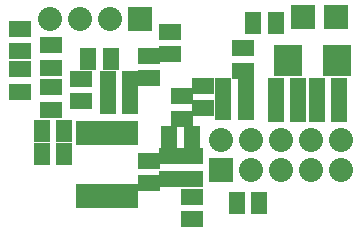
<source format=gts>
G04 (created by PCBNEW (2013-07-07 BZR 4022)-stable) date 03/12/2013 21:27:05*
%MOIN*%
G04 Gerber Fmt 3.4, Leading zero omitted, Abs format*
%FSLAX34Y34*%
G01*
G70*
G90*
G04 APERTURE LIST*
%ADD10C,0.00590551*%
%ADD11R,0.055X0.075*%
%ADD12R,0.075X0.055*%
%ADD13R,0.08X0.08*%
%ADD14C,0.08*%
%ADD15R,0.0377X0.079*%
%ADD16R,0.095X0.0298*%
G04 APERTURE END LIST*
G54D10*
G54D11*
X85225Y-25750D03*
X84475Y-25750D03*
X87425Y-23350D03*
X86675Y-23350D03*
G54D12*
X88050Y-25975D03*
X88050Y-26725D03*
G54D11*
X90525Y-24250D03*
X91275Y-24250D03*
X90525Y-23600D03*
X91275Y-23600D03*
X92275Y-24325D03*
X93025Y-24325D03*
X93650Y-24325D03*
X94400Y-24325D03*
G54D13*
X90450Y-26300D03*
G54D14*
X90450Y-25300D03*
X91450Y-26300D03*
X91450Y-25300D03*
X92450Y-26300D03*
X92450Y-25300D03*
X93450Y-26300D03*
X93450Y-25300D03*
X94450Y-26300D03*
X94450Y-25300D03*
G54D12*
X83750Y-21575D03*
X83750Y-22325D03*
X84800Y-22125D03*
X84800Y-22875D03*
G54D11*
X86775Y-22575D03*
X86025Y-22575D03*
G54D12*
X89500Y-25825D03*
X89500Y-26575D03*
X88750Y-21675D03*
X88750Y-22425D03*
X83750Y-22925D03*
X83750Y-23675D03*
X84800Y-23525D03*
X84800Y-24275D03*
X85800Y-23250D03*
X85800Y-24000D03*
X88050Y-22475D03*
X88050Y-23225D03*
G54D11*
X84475Y-25000D03*
X85225Y-25000D03*
X87425Y-24050D03*
X86675Y-24050D03*
X90975Y-27400D03*
X91725Y-27400D03*
G54D12*
X88750Y-26575D03*
X88750Y-25825D03*
X91200Y-22225D03*
X91200Y-22975D03*
G54D11*
X92275Y-21375D03*
X91525Y-21375D03*
X92275Y-23600D03*
X93025Y-23600D03*
X94400Y-23600D03*
X93650Y-23600D03*
G54D15*
X85775Y-27159D03*
X86025Y-27159D03*
X86275Y-27159D03*
X86525Y-27159D03*
X86775Y-27159D03*
X87025Y-27159D03*
X87275Y-27159D03*
X87525Y-27159D03*
X87525Y-25041D03*
X87275Y-25041D03*
X87025Y-25041D03*
X86775Y-25041D03*
X86525Y-25041D03*
X86275Y-25041D03*
X86025Y-25041D03*
X85775Y-25041D03*
G54D16*
X94330Y-23031D03*
X94330Y-22834D03*
X94330Y-22637D03*
X94330Y-22440D03*
X94330Y-22243D03*
X92676Y-22243D03*
X92676Y-22440D03*
X92676Y-22637D03*
X92676Y-22834D03*
X92676Y-23031D03*
G54D12*
X89500Y-27175D03*
X89500Y-27925D03*
G54D13*
X87750Y-21250D03*
G54D14*
X86750Y-21250D03*
X85750Y-21250D03*
X84750Y-21250D03*
G54D12*
X89150Y-23825D03*
X89150Y-24575D03*
X89850Y-24225D03*
X89850Y-23475D03*
G54D13*
X94275Y-21200D03*
X93200Y-21200D03*
G54D11*
X88725Y-25200D03*
X89475Y-25200D03*
M02*

</source>
